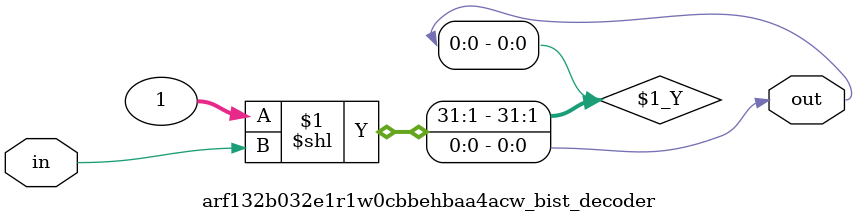
<source format=sv>

`ifndef ARF132B032E1R1W0CBBEHBAA4ACW_BIST_DECODER_SV
`define ARF132B032E1R1W0CBBEHBAA4ACW_BIST_DECODER_SV

module arf132b032e1r1w0cbbehbaa4acw_bist_decoder # (
  parameter IN_WIDTH  = 1,
  parameter OUT_WIDTH = 1
)
(
  input  logic [IN_WIDTH-1:0]  in,
  output logic [OUT_WIDTH-1:0] out
);
  
  assign out = 'b1 << in;

endmodule // arf132b032e1r1w0cbbehbaa4acw_bist_decoder

`endif // ARF132B032E1R1W0CBBEHBAA4ACW_BIST_DECODER_SV
</source>
